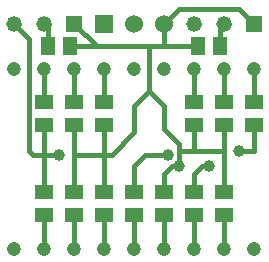
<source format=gbl>
G75*
G70*
%OFA0B0*%
%FSLAX24Y24*%
%IPPOS*%
%LPD*%
%AMOC8*
5,1,8,0,0,1.08239X$1,22.5*
%
%ADD10R,0.0591X0.0512*%
%ADD11C,0.0520*%
%ADD12R,0.0520X0.0520*%
%ADD13R,0.0512X0.0591*%
%ADD14R,0.0600X0.0600*%
%ADD15C,0.0600*%
%ADD16C,0.0475*%
%ADD17C,0.0160*%
%ADD18C,0.0396*%
D10*
X004850Y002226D03*
X004850Y002974D03*
X005850Y002974D03*
X006850Y002974D03*
X006850Y002226D03*
X005850Y002226D03*
X007850Y002226D03*
X008850Y002226D03*
X009850Y002226D03*
X009850Y002974D03*
X008850Y002974D03*
X007850Y002974D03*
X010850Y002974D03*
X010850Y002226D03*
X010850Y005226D03*
X011850Y005226D03*
X011850Y005974D03*
X010850Y005974D03*
X009850Y005974D03*
X009850Y005226D03*
X006850Y005226D03*
X005850Y005226D03*
X004850Y005226D03*
X004850Y005974D03*
X005850Y005974D03*
X006850Y005974D03*
D11*
X004850Y008600D03*
X003850Y008600D03*
X009850Y008600D03*
X010850Y008600D03*
D12*
X011850Y008600D03*
X005850Y008600D03*
D13*
X005724Y007850D03*
X004976Y007850D03*
X009976Y007850D03*
X010724Y007850D03*
D14*
X006850Y008600D03*
D15*
X007850Y008600D03*
X008850Y008600D03*
D16*
X003850Y001100D03*
X004850Y001100D03*
X005850Y001100D03*
X006850Y001100D03*
X007850Y001100D03*
X008850Y001100D03*
X009850Y001100D03*
X010850Y001100D03*
X011850Y001100D03*
X011850Y007100D03*
X010850Y007100D03*
X009850Y007100D03*
X008850Y007100D03*
X007850Y007100D03*
X006850Y007100D03*
X005850Y007100D03*
X004850Y007100D03*
X003850Y007100D03*
D17*
X004850Y007100D02*
X004850Y005850D01*
X004850Y005350D02*
X004850Y004225D01*
X004475Y004225D01*
X004350Y004350D01*
X004350Y008100D01*
X003850Y008600D01*
X004850Y008600D02*
X004975Y008475D01*
X004975Y007850D01*
X005725Y007850D02*
X006600Y007850D01*
X005850Y008600D01*
X006600Y007850D02*
X008350Y007850D01*
X008850Y007850D01*
X009975Y007850D01*
X010725Y007850D02*
X010725Y008475D01*
X010850Y008600D01*
X011350Y009100D02*
X011850Y008600D01*
X011350Y009100D02*
X009350Y009100D01*
X008850Y008600D01*
X008850Y007850D01*
X008350Y007850D02*
X008350Y006350D01*
X008850Y005850D01*
X008850Y005100D01*
X009350Y004600D01*
X009350Y004350D01*
X009350Y003850D01*
X009100Y003850D01*
X008850Y003600D01*
X008850Y002850D01*
X008850Y002350D02*
X008850Y001100D01*
X007850Y001100D02*
X007850Y002350D01*
X007850Y002850D02*
X007850Y003850D01*
X008225Y004225D01*
X008975Y004225D01*
X009350Y004350D02*
X009850Y004350D01*
X010850Y004350D01*
X010850Y005350D01*
X010850Y005850D02*
X010850Y007100D01*
X011850Y007100D02*
X011850Y005850D01*
X011850Y005350D02*
X011850Y004350D01*
X011350Y004350D01*
X010850Y004350D02*
X010850Y003100D01*
X010350Y003850D02*
X010100Y003850D01*
X009850Y003600D01*
X009850Y002850D01*
X009850Y002350D02*
X009850Y001100D01*
X010850Y001100D02*
X010850Y002350D01*
X009850Y004350D02*
X009850Y005350D01*
X009850Y005850D02*
X009850Y007100D01*
X008350Y006350D02*
X007850Y005850D01*
X007850Y004975D01*
X007100Y004225D01*
X006850Y004225D01*
X006850Y005350D01*
X006850Y005850D02*
X006850Y007100D01*
X005850Y007100D02*
X005850Y005850D01*
X005850Y005100D02*
X005850Y004225D01*
X005850Y003100D01*
X006850Y003100D02*
X006850Y004225D01*
X005850Y004225D01*
X005350Y004225D02*
X004850Y004225D01*
X004850Y002850D01*
X004850Y002100D02*
X004850Y001100D01*
X005850Y001100D02*
X005850Y002100D01*
X006850Y002350D02*
X006850Y001100D01*
D18*
X009350Y003850D03*
X008975Y004225D03*
X010350Y003850D03*
X011350Y004350D03*
X005350Y004225D03*
M02*

</source>
